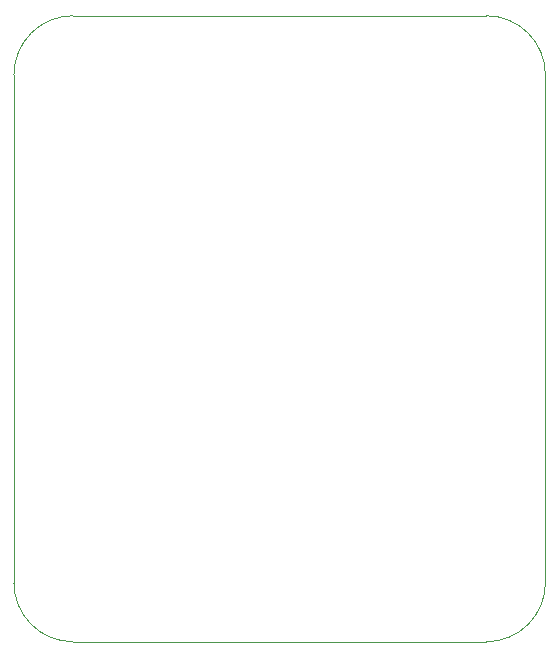
<source format=gko>
G04*
G04 #@! TF.GenerationSoftware,Altium Limited,Altium Designer,19.1.7 (138)*
G04*
G04 Layer_Color=16711935*
%FSLAX25Y25*%
%MOIN*%
G70*
G01*
G75*
%ADD17C,0.00394*%
D17*
X188976Y358268D02*
G03*
X169291Y338583I0J-19685D01*
G01*
X169291Y169291D02*
G03*
X188976Y149606I19685J-0D01*
G01*
X326772Y149606D02*
G03*
X346457Y169291I0J19685D01*
G01*
X346457Y338583D02*
G03*
X326772Y358268I-19685J0D01*
G01*
X169291Y169291D02*
Y338583D01*
X188976Y149606D02*
X326772Y149606D01*
X346457Y169291D02*
X346457Y338583D01*
X188976Y358268D02*
X326772Y358268D01*
M02*

</source>
